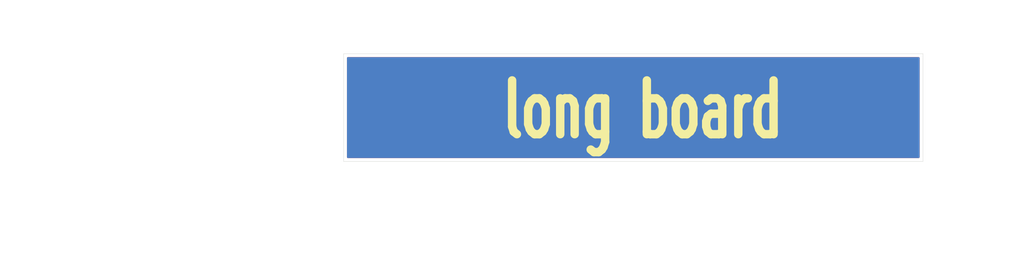
<source format=kicad_pcb>
(kicad_pcb
	(version 20241229)
	(generator "pcbnew")
	(generator_version "9.0")
	(general
		(thickness 1.6)
		(legacy_teardrops no)
	)
	(paper "A4")
	(layers
		(0 "F.Cu" signal)
		(2 "B.Cu" signal)
		(9 "F.Adhes" user "F.Adhesive")
		(11 "B.Adhes" user "B.Adhesive")
		(13 "F.Paste" user)
		(15 "B.Paste" user)
		(5 "F.SilkS" user "F.Silkscreen")
		(7 "B.SilkS" user "B.Silkscreen")
		(1 "F.Mask" user)
		(3 "B.Mask" user)
		(17 "Dwgs.User" user "User.Drawings")
		(19 "Cmts.User" user "User.Comments")
		(21 "Eco1.User" user "User.Eco1")
		(23 "Eco2.User" user "User.Eco2")
		(25 "Edge.Cuts" user)
		(27 "Margin" user)
		(31 "F.CrtYd" user "F.Courtyard")
		(29 "B.CrtYd" user "B.Courtyard")
		(35 "F.Fab" user)
		(33 "B.Fab" user)
		(39 "User.1" user)
		(41 "User.2" user)
		(43 "User.3" user)
		(45 "User.4" user)
	)
	(setup
		(pad_to_mask_clearance 0)
		(allow_soldermask_bridges_in_footprints no)
		(tenting front back)
		(pcbplotparams
			(layerselection 0x00000000_00000000_55555555_5755f5ff)
			(plot_on_all_layers_selection 0x00000000_00000000_00000000_00000000)
			(disableapertmacros no)
			(usegerberextensions no)
			(usegerberattributes yes)
			(usegerberadvancedattributes yes)
			(creategerberjobfile yes)
			(dashed_line_dash_ratio 12.000000)
			(dashed_line_gap_ratio 3.000000)
			(svgprecision 4)
			(plotframeref no)
			(mode 1)
			(useauxorigin no)
			(hpglpennumber 1)
			(hpglpenspeed 20)
			(hpglpendiameter 15.000000)
			(pdf_front_fp_property_popups yes)
			(pdf_back_fp_property_popups yes)
			(pdf_metadata yes)
			(pdf_single_document no)
			(dxfpolygonmode yes)
			(dxfimperialunits yes)
			(dxfusepcbnewfont yes)
			(psnegative no)
			(psa4output no)
			(plot_black_and_white yes)
			(sketchpadsonfab no)
			(plotpadnumbers no)
			(hidednponfab no)
			(sketchdnponfab yes)
			(crossoutdnponfab yes)
			(subtractmaskfromsilk no)
			(outputformat 1)
			(mirror no)
			(drillshape 1)
			(scaleselection 1)
			(outputdirectory "")
		)
	)
	(net 0 "")
	(gr_line
		(start 205 75)
		(end 205 91)
		(stroke
			(width 0.05)
			(type default)
		)
		(layer "Edge.Cuts")
		(uuid "08f89ad8-61b3-4a99-9164-2153e81c2d64")
	)
	(gr_line
		(start 205 91)
		(end 119 91)
		(stroke
			(width 0.05)
			(type default)
		)
		(layer "Edge.Cuts")
		(uuid "c9af4ad0-5ee9-4860-9896-7f6a1de86715")
	)
	(gr_line
		(start 119 91)
		(end 119 75)
		(stroke
			(width 0.05)
			(type default)
		)
		(layer "Edge.Cuts")
		(uuid "d3798e68-8968-40ed-9342-6d05d911dd49")
	)
	(gr_line
		(start 119 75)
		(end 205 75)
		(stroke
			(width 0.05)
			(type default)
		)
		(layer "Edge.Cuts")
		(uuid "d6f8122b-e00b-4c29-bc8b-0334cd8dd045")
	)
	(gr_text "long board"
		(at 142 88 0)
		(layer "F.SilkS")
		(uuid "a77e9b64-56bd-450e-87c2-f51a0387f012")
		(effects
			(font
				(size 8 5)
				(thickness 1.25)
			)
			(justify left bottom)
		)
	)
	(zone
		(net 0)
		(net_name "")
		(layers "F.Cu" "B.Cu")
		(uuid "8a07ebb3-0f72-47d7-9624-7cc4ce6f0b90")
		(hatch edge 0.5)
		(connect_pads
			(clearance 0.5)
		)
		(min_thickness 0.25)
		(filled_areas_thickness no)
		(fill yes
			(thermal_gap 0.5)
			(thermal_bridge_width 0.5)
			(island_removal_mode 1)
			(island_area_min 10)
		)
		(polygon
			(pts
				(xy 68.566664 67) (xy 220 67) (xy 220 107) (xy 68 107)
			)
		)
		(filled_polygon
			(layer "F.Cu")
			(island)
			(pts
				(xy 204.442539 75.520185) (xy 204.488294 75.572989) (xy 204.4995 75.6245) (xy 204.4995 90.3755)
				(xy 204.479815 90.442539) (xy 204.427011 90.488294) (xy 204.3755 90.4995) (xy 119.6245 90.4995)
				(xy 119.557461 90.479815) (xy 119.511706 90.427011) (xy 119.5005 90.3755) (xy 119.5005 75.6245)
				(xy 119.520185 75.557461) (xy 119.572989 75.511706) (xy 119.6245 75.5005) (xy 204.3755 75.5005)
			)
		)
		(filled_polygon
			(layer "B.Cu")
			(island)
			(pts
				(xy 204.442539 75.520185) (xy 204.488294 75.572989) (xy 204.4995 75.6245) (xy 204.4995 90.3755)
				(xy 204.479815 90.442539) (xy 204.427011 90.488294) (xy 204.3755 90.4995) (xy 119.6245 90.4995)
				(xy 119.557461 90.479815) (xy 119.511706 90.427011) (xy 119.5005 90.3755) (xy 119.5005 75.6245)
				(xy 119.520185 75.557461) (xy 119.572989 75.511706) (xy 119.6245 75.5005) (xy 204.3755 75.5005)
			)
		)
	)
	(embedded_fonts no)
)

</source>
